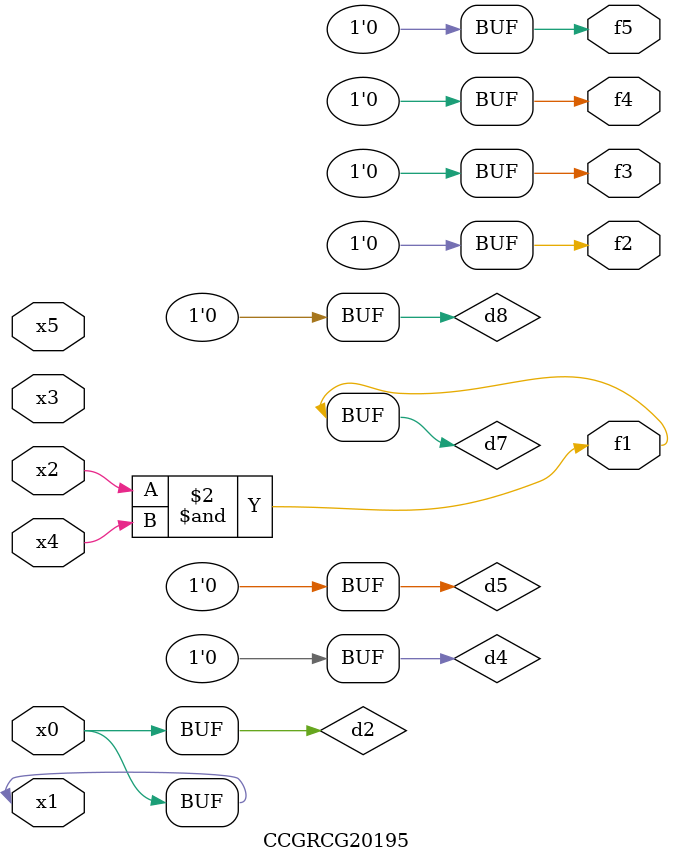
<source format=v>
module CCGRCG20195(
	input x0, x1, x2, x3, x4, x5,
	output f1, f2, f3, f4, f5
);

	wire d1, d2, d3, d4, d5, d6, d7, d8, d9;

	nand (d1, x1);
	buf (d2, x0, x1);
	nand (d3, x2, x4);
	and (d4, d1, d2);
	and (d5, d1, d2);
	nand (d6, d1, d3);
	not (d7, d3);
	xor (d8, d5);
	nor (d9, d5, d6);
	assign f1 = d7;
	assign f2 = d8;
	assign f3 = d8;
	assign f4 = d8;
	assign f5 = d8;
endmodule

</source>
